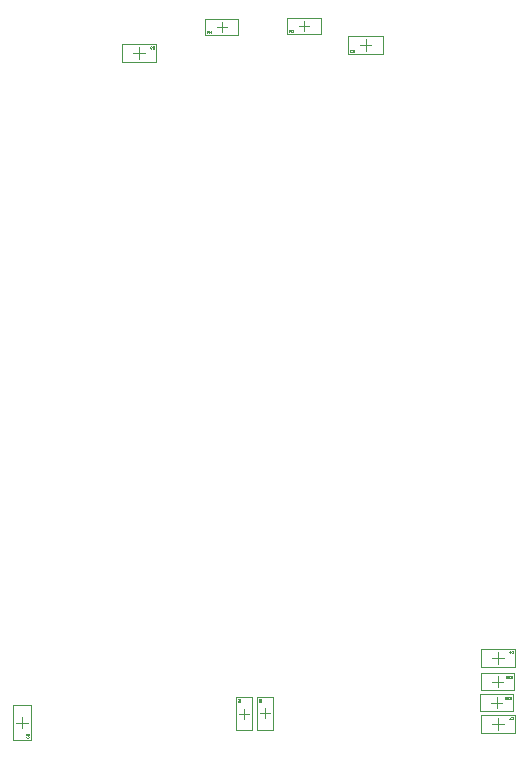
<source format=gm1>
G04*
G04 #@! TF.GenerationSoftware,Altium Limited,Altium Designer,21.4.1 (30)*
G04*
G04 Layer_Color=16711935*
%FSLAX25Y25*%
%MOIN*%
G70*
G04*
G04 #@! TF.SameCoordinates,64B9E5F6-B95A-4245-B4AC-9C5B3A661B38*
G04*
G04*
G04 #@! TF.FilePolarity,Positive*
G04*
G01*
G75*
%ADD14C,0.00394*%
%ADD15C,0.00197*%
%ADD44C,0.00158*%
D14*
X79669Y-97500D02*
X83606D01*
X81638Y-99468D02*
Y-95531D01*
X-3000Y-96028D02*
Y-92484D01*
X-4772Y-94256D02*
X-1228D01*
X4000Y-95772D02*
Y-92228D01*
X2228Y-94000D02*
X5772D01*
X-12128Y134700D02*
X-8584D01*
X-10356Y132928D02*
Y136472D01*
X15228Y135000D02*
X18772D01*
X17000Y133228D02*
Y136772D01*
X79472Y-90500D02*
X83016D01*
X81244Y-92272D02*
Y-88728D01*
X-77000Y-99106D02*
Y-95169D01*
X-78969Y-97138D02*
X-75032D01*
X81500Y-85272D02*
Y-81728D01*
X79728Y-83500D02*
X83272D01*
X37500Y126631D02*
Y130569D01*
X35531Y128600D02*
X39469D01*
X81638Y-77469D02*
Y-73532D01*
X79669Y-75500D02*
X83606D01*
X-38000Y124031D02*
Y127969D01*
X-39968Y126000D02*
X-36031D01*
D15*
X75831Y-100551D02*
X87347D01*
X75831D02*
Y-94547D01*
X87347D01*
Y-100551D02*
Y-94547D01*
X-244Y-99768D02*
Y-88744D01*
X-5756Y-99768D02*
X-244D01*
X-5756D02*
Y-88744D01*
X-244D01*
X6756Y-99512D02*
Y-88488D01*
X1244Y-99512D02*
X6756D01*
X1244D02*
Y-88488D01*
X6756D01*
X-15868Y137456D02*
X-4844D01*
Y131944D02*
Y137456D01*
X-15868Y131944D02*
X-4844D01*
X-15868D02*
Y137456D01*
X11488Y137756D02*
X22512D01*
Y132244D02*
Y137756D01*
X11488Y132244D02*
X22512D01*
X11488D02*
Y137756D01*
X75732Y-93256D02*
X86756D01*
X75732D02*
Y-87744D01*
X86756D01*
Y-93256D02*
Y-87744D01*
X-80051Y-102847D02*
Y-91331D01*
X-74047D01*
Y-102847D02*
Y-91331D01*
X-80051Y-102847D02*
X-74047D01*
X87012Y-86256D02*
Y-80744D01*
X75988D02*
X87012D01*
X75988Y-86256D02*
Y-80744D01*
Y-86256D02*
X87012D01*
X31791Y125647D02*
Y131651D01*
Y125647D02*
X43307D01*
Y131651D01*
X31791D02*
X43307D01*
X87347Y-78551D02*
Y-72547D01*
X75831D02*
X87347D01*
X75831Y-78551D02*
Y-72547D01*
Y-78551D02*
X87347D01*
X-32291Y122949D02*
Y128953D01*
X-43807D02*
X-32291D01*
X-43807Y122949D02*
Y128953D01*
Y122949D02*
X-32291D01*
D44*
X86172Y-95951D02*
X86303Y-96083D01*
X86566D01*
X86697Y-95951D01*
Y-95426D01*
X86566Y-95295D01*
X86303D01*
X86172Y-95426D01*
X85910Y-96083D02*
X85385D01*
Y-95951D01*
X85910Y-95426D01*
Y-95295D01*
X-5008Y-89394D02*
X-4221D01*
Y-89787D01*
X-4352Y-89919D01*
X-4614D01*
X-4746Y-89787D01*
Y-89394D01*
Y-89656D02*
X-5008Y-89919D01*
Y-90181D02*
Y-90443D01*
Y-90312D01*
X-4221D01*
X-4352Y-90181D01*
X1992Y-89138D02*
X2779D01*
Y-89531D01*
X2648Y-89663D01*
X2386D01*
X2255Y-89531D01*
Y-89138D01*
Y-89400D02*
X1992Y-89663D01*
Y-90450D02*
Y-89925D01*
X2517Y-90450D01*
X2648D01*
X2779Y-90319D01*
Y-90056D01*
X2648Y-89925D01*
X-15218Y132692D02*
Y133479D01*
X-14825D01*
X-14693Y133348D01*
Y133086D01*
X-14825Y132955D01*
X-15218D01*
X-14956D02*
X-14693Y132692D01*
X-14037D02*
Y133479D01*
X-14431Y133086D01*
X-13906D01*
X12138Y132992D02*
Y133779D01*
X12531D01*
X12663Y133648D01*
Y133386D01*
X12531Y133255D01*
X12138D01*
X12400D02*
X12663Y132992D01*
X12925Y133648D02*
X13056Y133779D01*
X13318D01*
X13450Y133648D01*
Y133517D01*
X13318Y133386D01*
X13187D01*
X13318D01*
X13450Y133255D01*
Y133123D01*
X13318Y132992D01*
X13056D01*
X12925Y133123D01*
X86106Y-88492D02*
Y-89279D01*
X85713D01*
X85581Y-89148D01*
Y-88886D01*
X85713Y-88754D01*
X86106D01*
X85844D02*
X85581Y-88492D01*
X84794D02*
X85319D01*
X84794Y-89017D01*
Y-89148D01*
X84926Y-89279D01*
X85188D01*
X85319Y-89148D01*
X84007Y-89279D02*
X84270Y-89148D01*
X84532Y-88886D01*
Y-88623D01*
X84401Y-88492D01*
X84138D01*
X84007Y-88623D01*
Y-88754D01*
X84138Y-88886D01*
X84532D01*
X-75451Y-101672D02*
X-75582Y-101803D01*
Y-102066D01*
X-75451Y-102197D01*
X-74927D01*
X-74795Y-102066D01*
Y-101803D01*
X-74927Y-101672D01*
X-74795Y-100885D02*
Y-101410D01*
X-75320Y-100885D01*
X-75451D01*
X-75582Y-101016D01*
Y-101278D01*
X-75451Y-101410D01*
X86362Y-81492D02*
Y-82279D01*
X85969D01*
X85838Y-82148D01*
Y-81886D01*
X85969Y-81755D01*
X86362D01*
X86100D02*
X85838Y-81492D01*
X85050D02*
X85575D01*
X85050Y-82017D01*
Y-82148D01*
X85181Y-82279D01*
X85444D01*
X85575Y-82148D01*
X84263Y-82279D02*
X84788D01*
Y-81886D01*
X84526Y-82017D01*
X84394D01*
X84263Y-81886D01*
Y-81623D01*
X84394Y-81492D01*
X84657D01*
X84788Y-81623D01*
X32966Y127051D02*
X32835Y127182D01*
X32572D01*
X32441Y127051D01*
Y126526D01*
X32572Y126395D01*
X32835D01*
X32966Y126526D01*
X33228D02*
X33359Y126395D01*
X33622D01*
X33753Y126526D01*
Y127051D01*
X33622Y127182D01*
X33359D01*
X33228Y127051D01*
Y126920D01*
X33359Y126789D01*
X33753D01*
X86172Y-73951D02*
X86303Y-74082D01*
X86566D01*
X86697Y-73951D01*
Y-73427D01*
X86566Y-73295D01*
X86303D01*
X86172Y-73427D01*
X85516Y-73295D02*
Y-74082D01*
X85910Y-73689D01*
X85385D01*
X-33466Y127549D02*
X-33334Y127418D01*
X-33072D01*
X-32941Y127549D01*
Y128074D01*
X-33072Y128205D01*
X-33334D01*
X-33466Y128074D01*
X-33728Y127549D02*
X-33859Y127418D01*
X-34122D01*
X-34253Y127549D01*
Y127680D01*
X-34122Y127811D01*
X-33990D01*
X-34122D01*
X-34253Y127942D01*
Y128074D01*
X-34122Y128205D01*
X-33859D01*
X-33728Y128074D01*
M02*

</source>
